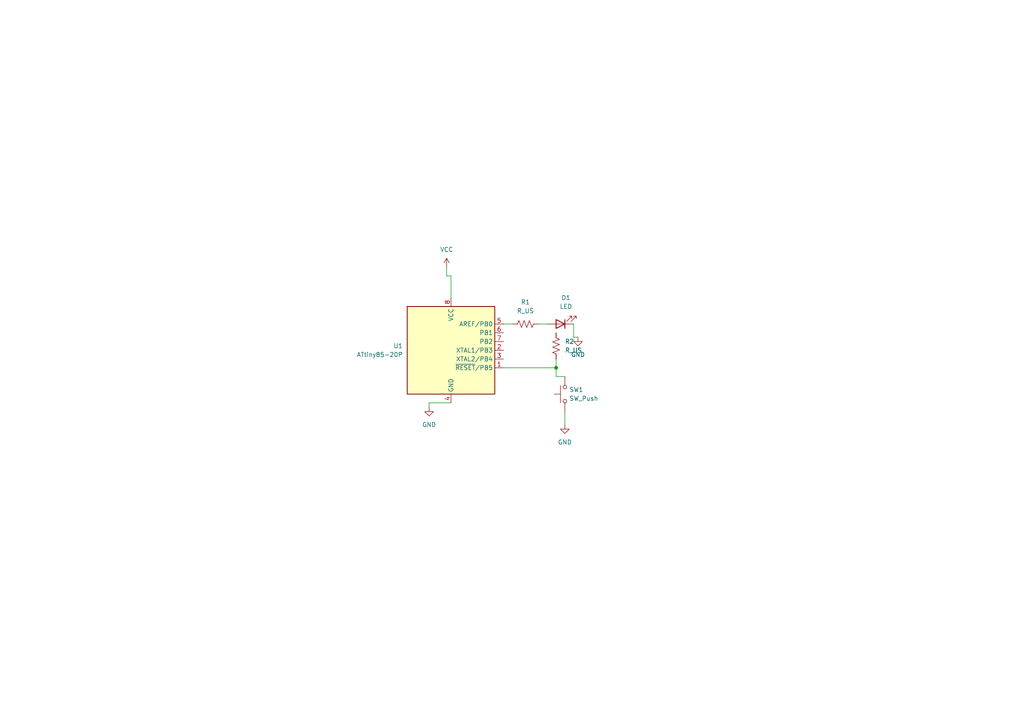
<source format=kicad_sch>
(kicad_sch (version 20211123) (generator eeschema)
  (paper "A4")
  (lib_symbols
    (symbol "Device:LED" (pin_numbers hide) (pin_names (offset 1.016) hide)
      (property "Reference" "D" (at 0 2.54 0))
      (property "Value" "LED" (at 0 -2.54 0))
      (symbol "LED_0_1"
        (polyline (pts (xy -1.27 -1.27) (xy -1.27 1.27)) (stroke (width 0.254)))
        (polyline (pts (xy -1.27 0) (xy 1.27 0)))
        (polyline (pts (xy 1.27 -1.27) (xy 1.27 1.27) (xy -1.27 0) (xy 1.27 -1.27)) (stroke (width 0.254)))
        (polyline (pts (xy -3.048 -0.762) (xy -4.572 -2.286) (xy -3.81 -2.286) (xy -4.572 -2.286) (xy -4.572 -1.524)))
        (polyline (pts (xy -1.778 -0.762) (xy -3.302 -2.286) (xy -2.54 -2.286) (xy -3.302 -2.286) (xy -3.302 -1.524)))
      )
      (symbol "LED_1_1"
        (pin passive line (at -3.81 0 0) (length 2.54) (name "K") (number "1"))
        (pin passive line (at 3.81 0 180) (length 2.54) (name "A") (number "2"))
      )
    )
    (symbol "Device:R_US" (pin_numbers hide) (pin_names (offset 0))
      (property "Reference" "R" (at 2.54 0 90))
      (property "Value" "R_US" (at -2.54 0 90))
      (symbol "R_US_0_1"
        (polyline (pts (xy 0 -2.286) (xy 0 -2.54)))
        (polyline (pts (xy 0 2.286) (xy 0 2.54)))
        (polyline (pts (xy 0 -0.762) (xy 1.016 -1.143) (xy 0 -1.524) (xy -1.016 -1.905) (xy 0 -2.286)))
        (polyline (pts (xy 0 0.762) (xy 1.016 0.381) (xy 0 0) (xy -1.016 -0.381) (xy 0 -0.762)))
        (polyline (pts (xy 0 2.286) (xy 1.016 1.905) (xy 0 1.524) (xy -1.016 1.143) (xy 0 0.762)))
      )
      (symbol "R_US_1_1"
        (pin passive line (at 0 3.81 270) (length 1.27) (name "~") (number "1"))
        (pin passive line (at 0 -3.81 90) (length 1.27) (name "~") (number "2"))
      )
    )
    (symbol "MCU_Microchip_ATtiny:ATtiny85-20P"
      (property "Reference" "U" (at -12.7 13.97 0))
      (property "Value" "ATtiny85-20P" (at 2.54 -13.97 0))
      (symbol "ATtiny85-20P_0_1"
        (rectangle (start -12.7 -12.7) (end 12.7 12.7) (stroke (width 0.254)) (fill (type background)))
      )
      (symbol "ATtiny85-20P_1_1"
        (pin bidirectional line (at 15.24 -5.08 180) (length 2.54) (name "~{RESET}/PB5") (number "1"))
        (pin bidirectional line (at 15.24 0 180) (length 2.54) (name "XTAL1/PB3") (number "2"))
        (pin bidirectional line (at 15.24 -2.54 180) (length 2.54) (name "XTAL2/PB4") (number "3"))
        (pin power_in line (at 0 -15.24 90) (length 2.54) (name "GND") (number "4"))
        (pin bidirectional line (at 15.24 7.62 180) (length 2.54) (name "AREF/PB0") (number "5"))
        (pin bidirectional line (at 15.24 5.08 180) (length 2.54) (name "PB1") (number "6"))
        (pin bidirectional line (at 15.24 2.54 180) (length 2.54) (name "PB2") (number "7"))
        (pin power_in line (at 0 15.24 270) (length 2.54) (name "VCC") (number "8"))
      )
    )
    (symbol "Switch:SW_Push" (pin_numbers hide) (pin_names (offset 1.016) hide)
      (property "Reference" "SW" (at 1.27 2.54 0))
      (property "Value" "SW_Push" (at 0 -1.524 0))
      (symbol "SW_Push_0_1"
        (circle (center -2.032 0) (radius 0.508))
        (polyline (pts (xy 0 1.27) (xy 0 3.048)))
        (polyline (pts (xy 2.54 1.27) (xy -2.54 1.27)))
        (circle (center 2.032 0) (radius 0.508))
        (pin passive line (at -5.08 0 0) (length 2.54) (name "1") (number "1"))
        (pin passive line (at 5.08 0 180) (length 2.54) (name "2") (number "2"))
      )
    )
    (symbol "power:GND" (power) (pin_names (offset 0))
      (property "Value" "GND" (at 0 -3.81 0))
      (symbol "GND_0_1"
        (polyline (pts (xy 0 0) (xy 0 -1.27) (xy 1.27 -1.27) (xy 0 -2.54) (xy -1.27 -1.27) (xy 0 -1.27)))
      )
      (symbol "GND_1_1"
        (pin power_in line (at 0 0 270) (length 0) hide (name "GND") (number "1"))
      )
    )
    (symbol "power:VCC" (power) (pin_names (offset 0))
      (property "Value" "VCC" (at 0 3.81 0))
      (symbol "VCC_0_1"
        (polyline (pts (xy -0.762 1.27) (xy 0 2.54)))
        (polyline (pts (xy 0 0) (xy 0 2.54)))
        (polyline (pts (xy 0 2.54) (xy 0.762 1.27)))
      )
      (symbol "VCC_1_1"
        (pin power_in line (at 0 0 90) (length 0) hide (name "VCC") (number "1"))
      )
    )
  )
  (junction (at 161.29 106.68))
  (wire (pts (xy 156.21 93.98) (xy 158.75 93.98)))
  (wire (pts (xy 161.29 104.14) (xy 161.29 106.68)))
  (wire (pts (xy 163.83 119.38) (xy 163.83 123.19)))
  (wire (pts (xy 166.37 97.79) (xy 167.64 97.79)))
  (wire (pts (xy 146.05 106.68) (xy 161.29 106.68)))
  (wire (pts (xy 130.81 86.36) (xy 130.81 80.01)))
  (wire (pts (xy 130.81 116.84) (xy 124.46 116.84)))
  (wire (pts (xy 129.54 80.01) (xy 129.54 77.47)))
  (wire (pts (xy 130.81 80.01) (xy 129.54 80.01)))
  (wire (pts (xy 166.37 93.98) (xy 166.37 97.79)))
  (wire (pts (xy 161.29 106.68) (xy 161.29 109.22)))
  (wire (pts (xy 124.46 116.84) (xy 124.46 118.11)))
  (wire (pts (xy 146.05 93.98) (xy 148.59 93.98)))
  (wire (pts (xy 161.29 109.22) (xy 163.83 109.22)))
  (symbol (lib_id "Device:R_US") (at 152.4 93.98 90) (unit 1)
    (property "Reference" "R1" (at 152.4 87.63 90))
    (property "Value" "R_US" (at 152.4 90.17 90))
    (property "Footprint" "Resistor_THT:R_Axial_DIN0204_L3.6mm_D1.6mm_P5.08mm_Horizontal" (effects hide))
  )
  (symbol (lib_id "power:GND") (at 167.64 97.79 0) (unit 1)
    (property "Reference" "#PWR04" (effects hide))
    (property "Value" "GND" (at 167.64 102.87 0))
  )
  (symbol (lib_id "Device:LED") (at 162.56 93.98 180) (unit 1)
    (property "Reference" "D1" (at 164.1475 86.36 0))
    (property "Value" "LED" (at 164.1475 88.9 0))
    (property "Footprint" "LED_THT:LED_D3.0mm" (effects hide))
  )
  (symbol (lib_id "MCU_Microchip_ATtiny:ATtiny85-20P") (at 130.81 101.6 0) (unit 1)
    (property "Reference" "U1" (at 116.84 100.3299 0) (effects (justify right)))
    (property "Value" "ATtiny85-20P" (at 116.84 102.8699 0) (effects (justify right)))
    (property "Footprint" "Package_DIP:DIP-8_W7.62mm" (effects hide))
    (property "Datasheet" "http://ww1.microchip.com/downloads/en/DeviceDoc/atmel-2586-avr-8-bit-microcontroller-attiny25-attiny45-attiny85_datasheet.pdf" (effects hide))
  )
  (symbol (lib_id "Device:R_US") (at 161.29 100.33 0) (unit 1)
    (property "Reference" "R2" (at 163.83 99.0599 0) (effects (justify left)))
    (property "Value" "R_US" (at 163.83 101.5999 0) (effects (justify left)))
    (property "Footprint" "Resistor_THT:R_Axial_DIN0204_L3.6mm_D1.6mm_P5.08mm_Vertical" (effects hide))
  )
  (symbol (lib_id "Switch:SW_Push") (at 163.83 114.3 90) (unit 1)
    (property "Reference" "SW1" (at 165.1 113.0299 90) (effects (justify right)))
    (property "Value" "SW_Push" (at 165.1 115.5699 90) (effects (justify right)))
  )
  (symbol (lib_id "power:GND") (at 163.83 123.19 0) (unit 1)
    (property "Reference" "#PWR03" (effects hide))
    (property "Value" "GND" (at 163.83 128.27 0))
  )
  (symbol (lib_id "power:GND") (at 124.46 118.11 0) (unit 1)
    (property "Reference" "#PWR01" (effects hide))
    (property "Value" "GND" (at 124.46 123.19 0))
  )
  (symbol (lib_id "power:VCC") (at 129.54 77.47 0) (unit 1)
    (property "Reference" "#PWR02" (effects hide))
    (property "Value" "VCC" (at 129.54 72.39 0))
  )
)
</source>
